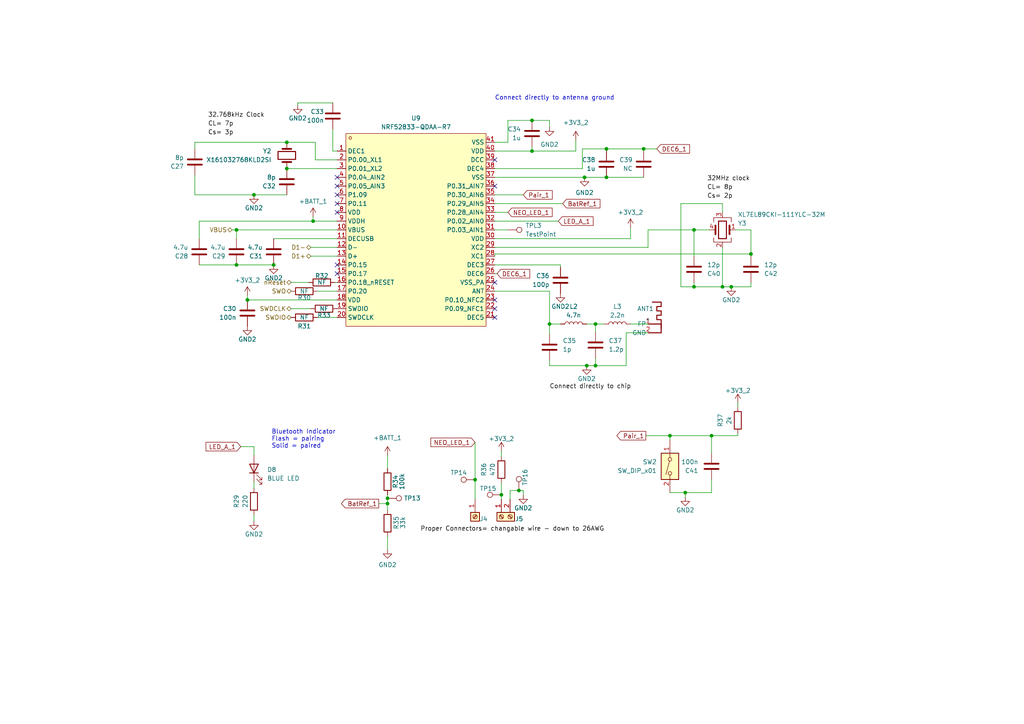
<source format=kicad_sch>
(kicad_sch (version 20231120) (generator "eeschema") (generator_version "8.0")
  (paper "A4")
  (title_block (title "BLEarrings V1") (date "2024-12-27") (rev "00.00") (company "DK"))
  (lib_symbols
    (symbol "Connector:Screw_Terminal_01x01" (pin_names (offset 1.016) hide)
      (property "Reference" "J" (at 0 2.54 0))
      (property "Value" "Screw_Terminal_01x01" (at 0 -2.54 0))
      (symbol "Screw_Terminal_01x01_1_1"
        (rectangle (start -1.27 1.27) (end 1.27 -1.27) (stroke (width 0.254)) (fill (type background)))
        (polyline (pts (xy -0.5334 0.3302) (xy 0.3302 -0.508)) (stroke (width 0.1524)))
        (polyline (pts (xy -0.3556 0.508) (xy 0.508 -0.3302)) (stroke (width 0.1524)))
        (circle (center 0 0) (radius 0.635) (stroke (width 0.1524)))
        (pin passive line (at -5.08 0 0) (length 3.81) (name "Pin_1") (number "1"))
      )
    )
    (symbol "Connector:Screw_Terminal_01x02" (pin_names (offset 1.016) hide)
      (property "Reference" "J" (at 0 2.54 0))
      (property "Value" "Screw_Terminal_01x02" (at 0 -5.08 0))
      (symbol "Screw_Terminal_01x02_1_1"
        (rectangle (start -1.27 1.27) (end 1.27 -3.81) (stroke (width 0.254)) (fill (type background)))
        (circle (center 0 -2.54) (radius 0.635) (stroke (width 0.1524)))
        (polyline (pts (xy -0.5334 -2.2098) (xy 0.3302 -3.048)) (stroke (width 0.1524)))
        (polyline (pts (xy -0.5334 0.3302) (xy 0.3302 -0.508)) (stroke (width 0.1524)))
        (polyline (pts (xy -0.3556 -2.032) (xy 0.508 -2.8702)) (stroke (width 0.1524)))
        (polyline (pts (xy -0.3556 0.508) (xy 0.508 -0.3302)) (stroke (width 0.1524)))
        (circle (center 0 0) (radius 0.635) (stroke (width 0.1524)))
        (pin passive line (at -5.08 0 0) (length 3.81) (name "Pin_1") (number "1"))
        (pin passive line (at -5.08 -2.54 0) (length 3.81) (name "Pin_2") (number "2"))
      )
    )
    (symbol "Connector:TestPoint" (pin_numbers hide) (pin_names (offset 0.762) hide)
      (property "Reference" "TP" (at 0 6.858 0))
      (property "Value" "TestPoint" (at 0 5.08 0))
      (symbol "TestPoint_0_1"
        (circle (center 0 3.302) (radius 0.762))
      )
      (symbol "TestPoint_1_1"
        (pin passive line (at 0 0 90) (length 2.54) (name "1") (number "1"))
      )
    )
    (symbol "CustomPWR:+3V3_2" (power) (pin_names (offset 0))
      (property "Value" "+3V3_2" (at 0 3.556 0))
      (symbol "+3V3_2_0_1"
        (polyline (pts (xy -0.762 1.27) (xy 0 2.54)))
        (polyline (pts (xy 0 0) (xy 0 2.54)))
        (polyline (pts (xy 0 2.54) (xy 0.762 1.27)))
      )
      (symbol "+3V3_2_1_1"
        (pin power_in line (at 0 0 90) (length 0) hide (name "+3V3_2") (number "1"))
      )
    )
    (symbol "CustomPWR:+BATT_1" (power) (pin_names (offset 0))
      (property "Value" "+BATT_1" (at 0 3.556 0))
      (symbol "+BATT_1_0_1"
        (polyline (pts (xy -0.762 1.27) (xy 0 2.54)))
        (polyline (pts (xy 0 0) (xy 0 2.54)))
        (polyline (pts (xy 0 2.54) (xy 0.762 1.27)))
      )
      (symbol "+BATT_1_1_1"
        (pin power_in line (at 0 0 90) (length 0) hide (name "+BATT_1") (number "1"))
      )
    )
    (symbol "CustomPads:2.4GHz,_50Ohm_Antenna"
      (property "Reference" "ANT" (at 0 2.286 0))
      (symbol "2.4GHz,_50Ohm_Antenna_1_1"
        (polyline (pts (xy 0 -3.81) (xy 3.81 -3.81) (xy 3.81 -1.27) (xy 0 -1.27)) (stroke (width 0.3)))
        (polyline (pts (xy 1.27 5.08) (xy 3.81 5.08) (xy 3.81 3.81) (xy 2.54 3.81) (xy 2.54 2.54) (xy 3.81 2.54) (xy 3.81 1.27) (xy 2.54 1.27) (xy 2.54 0) (xy 3.81 0) (xy 3.81 -2.54)) (stroke (width 0.3)))
        (pin input line (at 0 -1.27 180) (length 0) (name "FP") (number "1"))
        (pin input line (at 0 -3.81 180) (length 0) (name "GND") (number "2"))
      )
    )
    (symbol "Device:C" (pin_numbers hide) (pin_names (offset 0.254))
      (property "Reference" "C" (at 0.635 2.54 0))
      (property "Value" "C" (at 0.635 -2.54 0))
      (symbol "C_0_1"
        (polyline (pts (xy -2.032 -0.762) (xy 2.032 -0.762)) (stroke (width 0.508)))
        (polyline (pts (xy -2.032 0.762) (xy 2.032 0.762)) (stroke (width 0.508)))
      )
      (symbol "C_1_1"
        (pin passive line (at 0 3.81 270) (length 2.794) (name "~") (number "1"))
        (pin passive line (at 0 -3.81 90) (length 2.794) (name "~") (number "2"))
      )
    )
    (symbol "Device:Crystal" (pin_numbers hide) (pin_names (offset 1.016) hide)
      (property "Reference" "Y" (at 0 3.81 0))
      (property "Value" "Crystal" (at 0 -3.81 0))
      (symbol "Crystal_0_1"
        (rectangle (start -1.143 2.54) (end 1.143 -2.54) (stroke (width 0.3048)))
        (polyline (pts (xy -2.54 0) (xy -1.905 0)))
        (polyline (pts (xy -1.905 -1.27) (xy -1.905 1.27)) (stroke (width 0.508)))
        (polyline (pts (xy 1.905 -1.27) (xy 1.905 1.27)) (stroke (width 0.508)))
        (polyline (pts (xy 2.54 0) (xy 1.905 0)))
      )
      (symbol "Crystal_1_1"
        (pin passive line (at -3.81 0 0) (length 1.27) (name "1") (number "1"))
        (pin passive line (at 3.81 0 180) (length 1.27) (name "2") (number "2"))
      )
    )
    (symbol "Device:Crystal_GND23" (pin_names (offset 1.016) hide)
      (property "Reference" "Y" (at 3.175 5.08 0))
      (property "Value" "Crystal_GND23" (at 3.175 3.175 0))
      (symbol "Crystal_GND23_0_1"
        (rectangle (start -1.143 2.54) (end 1.143 -2.54) (stroke (width 0.3048)))
        (polyline (pts (xy -2.54 0) (xy -2.032 0)))
        (polyline (pts (xy -2.032 -1.27) (xy -2.032 1.27)) (stroke (width 0.508)))
        (polyline (pts (xy 0 -3.81) (xy 0 -3.556)))
        (polyline (pts (xy 0 3.556) (xy 0 3.81)))
        (polyline (pts (xy 2.032 -1.27) (xy 2.032 1.27)) (stroke (width 0.508)))
        (polyline (pts (xy 2.032 0) (xy 2.54 0)))
        (polyline (pts (xy -2.54 -2.286) (xy -2.54 -3.556) (xy 2.54 -3.556) (xy 2.54 -2.286)))
        (polyline (pts (xy -2.54 2.286) (xy -2.54 3.556) (xy 2.54 3.556) (xy 2.54 2.286)))
      )
      (symbol "Crystal_GND23_1_1"
        (pin passive line (at -3.81 0 0) (length 1.27) (name "1") (number "1"))
        (pin passive line (at 0 5.08 270) (length 1.27) (name "2") (number "2"))
        (pin passive line (at 0 -5.08 90) (length 1.27) (name "3") (number "3"))
        (pin passive line (at 3.81 0 180) (length 1.27) (name "4") (number "4"))
      )
    )
    (symbol "Device:L" (pin_numbers hide) (pin_names (offset 1.016) hide)
      (property "Reference" "L" (at -1.27 0 90))
      (property "Value" "L" (at 1.905 0 90))
      (symbol "L_0_1"
        (arc (start 0 -2.54) (mid 0.6323 -1.905) (end 0 -1.27))
        (arc (start 0 -1.27) (mid 0.6323 -0.635) (end 0 0))
        (arc (start 0 0) (mid 0.6323 0.635) (end 0 1.27))
        (arc (start 0 1.27) (mid 0.6323 1.905) (end 0 2.54))
      )
      (symbol "L_1_1"
        (pin passive line (at 0 3.81 270) (length 1.27) (name "1") (number "1"))
        (pin passive line (at 0 -3.81 90) (length 1.27) (name "2") (number "2"))
      )
    )
    (symbol "Device:LED" (pin_numbers hide) (pin_names (offset 1.016) hide)
      (property "Reference" "D" (at 0 2.54 0))
      (property "Value" "LED" (at 0 -2.54 0))
      (symbol "LED_0_1"
        (polyline (pts (xy -1.27 -1.27) (xy -1.27 1.27)) (stroke (width 0.254)))
        (polyline (pts (xy -1.27 0) (xy 1.27 0)))
        (polyline (pts (xy 1.27 -1.27) (xy 1.27 1.27) (xy -1.27 0) (xy 1.27 -1.27)) (stroke (width 0.254)))
        (polyline (pts (xy -3.048 -0.762) (xy -4.572 -2.286) (xy -3.81 -2.286) (xy -4.572 -2.286) (xy -4.572 -1.524)))
        (polyline (pts (xy -1.778 -0.762) (xy -3.302 -2.286) (xy -2.54 -2.286) (xy -3.302 -2.286) (xy -3.302 -1.524)))
      )
      (symbol "LED_1_1"
        (pin passive line (at -3.81 0 0) (length 2.54) (name "K") (number "1"))
        (pin passive line (at 3.81 0 180) (length 2.54) (name "A") (number "2"))
      )
    )
    (symbol "Device:R" (pin_numbers hide) (pin_names (offset 0))
      (property "Reference" "R" (at 2.032 0 90))
      (property "Value" "R" (at 0 0 90))
      (symbol "R_0_1"
        (rectangle (start -1.016 -2.54) (end 1.016 2.54) (stroke (width 0.254)))
      )
      (symbol "R_1_1"
        (pin passive line (at 0 3.81 270) (length 1.27) (name "~") (number "1"))
        (pin passive line (at 0 -3.81 90) (length 1.27) (name "~") (number "2"))
      )
    )
    (symbol "Switch:SW_DIP_x01" (pin_names (offset 0) hide)
      (property "Reference" "SW" (at 0 3.81 0))
      (property "Value" "SW_DIP_x01" (at 0 -3.81 0))
      (symbol "SW_DIP_x01_0_0"
        (circle (center -2.032 0) (radius 0.508))
        (polyline (pts (xy -1.524 0.127) (xy 2.3622 1.1684)))
        (circle (center 2.032 0) (radius 0.508))
      )
      (symbol "SW_DIP_x01_0_1"
        (rectangle (start -3.81 2.54) (end 3.81 -2.54) (stroke (width 0.254)) (fill (type background)))
      )
      (symbol "SW_DIP_x01_1_1"
        (pin passive line (at -7.62 0 0) (length 5.08) (name "~") (number "1"))
        (pin passive line (at 7.62 0 180) (length 5.08) (name "~") (number "2"))
      )
    )
    (symbol "easyeda2kicad:NRF52833-QDAA-R7"
      (property "Reference" "U" (at 0 30.48 0))
      (property "Value" "NRF52833-QDAA-R7" (at 0 -30.48 0))
      (symbol "NRF52833-QDAA-R7_0_1"
        (rectangle (start -20.32 27.94) (end 20.32 -27.94) (fill (type background)))
        (circle (center -19.05 26.67) (radius 0.38))
        (pin unspecified line (at -22.86 22.86 0) (length 2.54) (name "DEC1") (number "1"))
        (pin unspecified line (at -22.86 0 0) (length 2.54) (name "VBUS") (number "10"))
        (pin unspecified line (at -22.86 -2.54 0) (length 2.54) (name "DECUSB") (number "11"))
        (pin unspecified line (at -22.86 -5.08 0) (length 2.54) (name "D-") (number "12"))
        (pin unspecified line (at -22.86 -7.62 0) (length 2.54) (name "D+") (number "13"))
        (pin unspecified line (at -22.86 -10.16 0) (length 2.54) (name "P0.15") (number "14"))
        (pin unspecified line (at -22.86 -12.7 0) (length 2.54) (name "P0.17") (number "15"))
        (pin unspecified line (at -22.86 -15.24 0) (length 2.54) (name "P0.18_nRESET") (number "16"))
        (pin unspecified line (at -22.86 -17.78 0) (length 2.54) (name "P0.20") (number "17"))
        (pin unspecified line (at -22.86 -20.32 0) (length 2.54) (name "VDD") (number "18"))
        (pin unspecified line (at -22.86 -22.86 0) (length 2.54) (name "SWDIO") (number "19"))
        (pin unspecified line (at -22.86 20.32 0) (length 2.54) (name "P0.00_XL1") (number "2"))
        (pin unspecified line (at -22.86 -25.4 0) (length 2.54) (name "SWDCLK") (number "20"))
        (pin unspecified line (at 22.86 -25.4 180) (length 2.54) (name "DEC5") (number "21"))
        (pin unspecified line (at 22.86 -22.86 180) (length 2.54) (name "P0.09_NFC1") (number "22"))
        (pin unspecified line (at 22.86 -20.32 180) (length 2.54) (name "P0.10_NFC2") (number "23"))
        (pin unspecified line (at 22.86 -17.78 180) (length 2.54) (name "ANT") (number "24"))
        (pin unspecified line (at 22.86 -15.24 180) (length 2.54) (name "VSS_PA") (number "25"))
        (pin unspecified line (at 22.86 -12.7 180) (length 2.54) (name "DEC6") (number "26"))
        (pin unspecified line (at 22.86 -10.16 180) (length 2.54) (name "DEC3") (number "27"))
        (pin unspecified line (at 22.86 -7.62 180) (length 2.54) (name "XC1") (number "28"))
        (pin unspecified line (at 22.86 -5.08 180) (length 2.54) (name "XC2") (number "29"))
        (pin unspecified line (at -22.86 17.78 0) (length 2.54) (name "P0.01_XL2") (number "3"))
        (pin unspecified line (at 22.86 -2.54 180) (length 2.54) (name "VDD") (number "30"))
        (pin unspecified line (at 22.86 0 180) (length 2.54) (name "P0.03_AIN1") (number "31"))
        (pin unspecified line (at 22.86 2.54 180) (length 2.54) (name "P0.02_AIN0") (number "32"))
        (pin unspecified line (at 22.86 5.08 180) (length 2.54) (name "P0.28_AIN4") (number "33"))
        (pin unspecified line (at 22.86 7.62 180) (length 2.54) (name "P0.29_AIN5") (number "34"))
        (pin unspecified line (at 22.86 10.16 180) (length 2.54) (name "P0.30_AIN6") (number "35"))
        (pin unspecified line (at 22.86 12.7 180) (length 2.54) (name "P0.31_AIN7") (number "36"))
        (pin unspecified line (at 22.86 15.24 180) (length 2.54) (name "VSS") (number "37"))
        (pin unspecified line (at 22.86 17.78 180) (length 2.54) (name "DEC4") (number "38"))
        (pin unspecified line (at 22.86 20.32 180) (length 2.54) (name "DCC") (number "39"))
        (pin unspecified line (at -22.86 15.24 0) (length 2.54) (name "P0.04_AIN2") (number "4"))
        (pin unspecified line (at 22.86 22.86 180) (length 2.54) (name "VDD") (number "40"))
        (pin unspecified line (at 22.86 25.4 180) (length 2.54) (name "VSS") (number "41"))
        (pin unspecified line (at -22.86 12.7 0) (length 2.54) (name "P0.05_AIN3") (number "5"))
        (pin unspecified line (at -22.86 10.16 0) (length 2.54) (name "P1.09") (number "6"))
        (pin unspecified line (at -22.86 7.62 0) (length 2.54) (name "P0.11") (number "7"))
        (pin unspecified line (at -22.86 5.08 0) (length 2.54) (name "VDD") (number "8"))
        (pin unspecified line (at -22.86 2.54 0) (length 2.54) (name "VDDH") (number "9"))
      )
    )
    (symbol "power:GND2" (power) (pin_names (offset 0))
      (property "Value" "GND2" (at 0 -3.81 0))
      (symbol "GND2_0_1"
        (polyline (pts (xy 0 0) (xy 0 -1.27) (xy 1.27 -1.27) (xy 0 -2.54) (xy -1.27 -1.27) (xy 0 -1.27)))
      )
      (symbol "GND2_1_1"
        (pin power_in line (at 0 0 270) (length 0) hide (name "GND2") (number "1"))
      )
    )
  )
  (junction (at 83.185 41.275))
  (junction (at 186.69 43.18))
  (junction (at 172.72 93.98))
  (junction (at 73.66 56.515))
  (junction (at 172.72 106.045))
  (junction (at 212.09 83.185))
  (junction (at 154.305 34.925))
  (junction (at 217.805 73.66))
  (junction (at 71.755 86.995))
  (junction (at 68.58 76.835))
  (junction (at 112.395 144.526))
  (junction (at 150.495 142.2654))
  (junction (at 175.895 51.435))
  (junction (at 206.375 126.365))
  (junction (at 209.55 83.185))
  (junction (at 175.895 43.18))
  (junction (at 90.805 64.135))
  (junction (at 194.31 126.365))
  (junction (at 198.755 142.875))
  (junction (at 137.795 139.1412))
  (junction (at 112.395 146.05))
  (junction (at 154.305 43.815))
  (junction (at 159.385 93.98))
  (junction (at 169.545 51.435))
  (junction (at 170.18 106.045))
  (junction (at 201.295 66.675))
  (junction (at 145.415 143.51))
  (junction (at 79.375 76.835))
  (junction (at 83.185 48.895))
  (junction (at 68.58 66.675))
  (junction (at 201.295 83.185))
  (no_connect (at 97.79 59.055))
  (no_connect (at 143.51 53.975))
  (no_connect (at 143.51 46.355))
  (no_connect (at 143.51 92.075))
  (no_connect (at 97.79 56.515))
  (no_connect (at 143.51 89.535))
  (no_connect (at 97.79 76.835))
  (no_connect (at 97.79 61.595))
  (no_connect (at 143.51 81.915))
  (no_connect (at 97.79 53.975))
  (no_connect (at 97.79 51.435))
  (no_connect (at 143.51 86.995))
  (no_connect (at 97.79 79.375))
  (wire (pts (xy 213.36 66.675) (xy 217.805 66.675)))
  (wire (pts (xy 84.455 81.915) (xy 89.535 81.915)))
  (wire (pts (xy 90.17 74.295) (xy 97.79 74.295)))
  (wire (pts (xy 201.295 66.675) (xy 201.295 74.295)))
  (wire (pts (xy 172.72 93.98) (xy 175.26 93.98)))
  (wire (pts (xy 217.805 73.66) (xy 217.805 66.675)))
  (wire (pts (xy 154.305 43.815) (xy 154.305 42.545)))
  (wire (pts (xy 92.075 84.455) (xy 97.79 84.455)))
  (wire (pts (xy 143.51 79.375) (xy 144.145 79.375)))
  (wire (pts (xy 175.895 43.18) (xy 186.69 43.18)))
  (wire (pts (xy 147.32 61.595) (xy 143.51 61.595)))
  (wire (pts (xy 56.515 41.275) (xy 56.515 43.18)))
  (wire (pts (xy 182.88 66.04) (xy 182.88 69.215)))
  (wire (pts (xy 84.455 89.535) (xy 90.17 89.535)))
  (wire (pts (xy 154.305 34.925) (xy 147.32 34.925)))
  (wire (pts (xy 159.385 106.045) (xy 170.18 106.045)))
  (wire (pts (xy 96.52 43.815) (xy 97.79 43.815)))
  (wire (pts (xy 213.995 125.73) (xy 213.995 126.365)))
  (wire (pts (xy 182.88 93.98) (xy 187.96 93.98)))
  (wire (pts (xy 91.44 41.275) (xy 83.185 41.275)))
  (wire (pts (xy 97.79 66.675) (xy 68.58 66.675)))
  (wire (pts (xy 186.69 43.18) (xy 190.5 43.18)))
  (wire (pts (xy 91.44 41.275) (xy 91.44 46.355)))
  (wire (pts (xy 162.56 76.835) (xy 162.56 77.47)))
  (wire (pts (xy 57.785 64.135) (xy 90.805 64.135)))
  (wire (pts (xy 206.375 142.875) (xy 198.755 142.875)))
  (wire (pts (xy 112.395 144.526) (xy 112.395 146.05)))
  (wire (pts (xy 79.375 69.215) (xy 97.79 69.215)))
  (wire (pts (xy 187.325 126.365) (xy 194.31 126.365)))
  (wire (pts (xy 162.56 76.835) (xy 143.51 76.835)))
  (wire (pts (xy 71.755 86.995) (xy 71.755 85.725)))
  (wire (pts (xy 206.375 139.065) (xy 206.375 142.875)))
  (wire (pts (xy 112.395 143.51) (xy 112.395 144.526)))
  (wire (pts (xy 159.385 34.925) (xy 154.305 34.925)))
  (wire (pts (xy 145.415 130.81) (xy 145.415 132.3848)))
  (wire (pts (xy 57.785 69.215) (xy 57.785 64.135)))
  (wire (pts (xy 217.805 83.185) (xy 217.805 81.915)))
  (wire (pts (xy 167.005 40.64) (xy 167.005 43.815)))
  (wire (pts (xy 197.485 83.185) (xy 201.295 83.185)))
  (wire (pts (xy 212.09 83.185) (xy 217.805 83.185)))
  (wire (pts (xy 56.515 41.275) (xy 83.185 41.275)))
  (wire (pts (xy 90.805 62.865) (xy 90.805 64.135)))
  (wire (pts (xy 212.09 83.185) (xy 209.55 83.185)))
  (wire (pts (xy 137.795 139.1412) (xy 137.795 144.8054)))
  (wire (pts (xy 73.66 139.7) (xy 73.66 141.605)))
  (wire (pts (xy 198.755 142.875) (xy 198.755 144.145)))
  (wire (pts (xy 159.385 36.83) (xy 159.385 34.925)))
  (wire (pts (xy 167.005 43.815) (xy 154.305 43.815)))
  (wire (pts (xy 213.995 116.84) (xy 213.995 118.11)))
  (wire (pts (xy 112.395 132.08) (xy 112.395 135.89)))
  (wire (pts (xy 83.185 56.515) (xy 73.66 56.515)))
  (wire (pts (xy 197.485 59.055) (xy 197.485 83.185)))
  (wire (pts (xy 181.61 96.52) (xy 187.96 96.52)))
  (wire (pts (xy 57.785 76.835) (xy 68.58 76.835)))
  (wire (pts (xy 109.855 146.05) (xy 112.395 146.05)))
  (wire (pts (xy 159.385 84.455) (xy 159.385 93.98)))
  (wire (pts (xy 209.55 59.055) (xy 197.485 59.055)))
  (wire (pts (xy 143.51 56.515) (xy 151.765 56.515)))
  (wire (pts (xy 143.51 51.435) (xy 169.545 51.435)))
  (wire (pts (xy 69.85 129.54) (xy 73.66 129.54)))
  (wire (pts (xy 175.895 43.815) (xy 175.895 43.18)))
  (wire (pts (xy 187.96 66.675) (xy 187.96 71.755)))
  (wire (pts (xy 169.545 51.435) (xy 175.895 51.435)))
  (wire (pts (xy 198.755 142.875) (xy 194.31 142.875)))
  (wire (pts (xy 145.415 143.51) (xy 145.415 144.8054)))
  (wire (pts (xy 90.805 64.135) (xy 97.79 64.135)))
  (wire (pts (xy 209.55 71.755) (xy 209.55 83.185)))
  (wire (pts (xy 159.385 93.98) (xy 162.56 93.98)))
  (wire (pts (xy 159.385 93.98) (xy 159.385 96.901)))
  (wire (pts (xy 83.185 48.895) (xy 97.79 48.895)))
  (wire (pts (xy 86.36 29.845) (xy 96.52 29.845)))
  (wire (pts (xy 186.69 43.18) (xy 186.69 43.815)))
  (wire (pts (xy 151.765 142.2654) (xy 151.765 143.5354)))
  (wire (pts (xy 67.31 66.675) (xy 68.58 66.675)))
  (wire (pts (xy 170.18 106.045) (xy 172.72 106.045)))
  (wire (pts (xy 187.96 71.755) (xy 143.51 71.755)))
  (wire (pts (xy 187.96 66.675) (xy 201.295 66.675)))
  (wire (pts (xy 143.51 84.455) (xy 159.385 84.455)))
  (wire (pts (xy 175.895 51.435) (xy 186.69 51.435)))
  (wire (pts (xy 71.755 86.995) (xy 97.79 86.995)))
  (wire (pts (xy 217.805 73.66) (xy 217.805 74.295)))
  (wire (pts (xy 143.51 73.66) (xy 217.805 73.66)))
  (wire (pts (xy 206.375 126.365) (xy 213.995 126.365)))
  (wire (pts (xy 201.295 81.915) (xy 201.295 83.185)))
  (wire (pts (xy 91.44 46.355) (xy 97.79 46.355)))
  (wire (pts (xy 143.51 48.895) (xy 168.91 48.895)))
  (wire (pts (xy 168.91 43.18) (xy 168.91 48.895)))
  (wire (pts (xy 68.58 66.675) (xy 68.58 69.215)))
  (wire (pts (xy 143.51 43.815) (xy 154.305 43.815)))
  (wire (pts (xy 145.415 140.0048) (xy 145.415 143.51)))
  (wire (pts (xy 73.66 149.225) (xy 73.66 151.13)))
  (wire (pts (xy 56.515 56.515) (xy 56.515 50.8)))
  (wire (pts (xy 172.72 93.98) (xy 172.72 96.266)))
  (wire (pts (xy 143.51 59.055) (xy 163.195 59.055)))
  (wire (pts (xy 147.32 34.925) (xy 147.32 41.275)))
  (wire (pts (xy 194.31 127.635) (xy 194.31 126.365)))
  (wire (pts (xy 150.495 142.2654) (xy 151.765 142.2654)))
  (wire (pts (xy 68.58 76.835) (xy 79.375 76.835)))
  (wire (pts (xy 147.955 144.8054) (xy 147.955 142.2654)))
  (wire (pts (xy 96.52 43.815) (xy 96.52 37.465)))
  (wire (pts (xy 97.155 81.915) (xy 97.79 81.915)))
  (wire (pts (xy 112.395 155.575) (xy 112.395 159.385)))
  (wire (pts (xy 147.955 142.2654) (xy 150.495 142.2654)))
  (wire (pts (xy 172.72 103.886) (xy 172.72 106.045)))
  (wire (pts (xy 137.795 128.2954) (xy 137.795 139.1412)))
  (wire (pts (xy 206.375 131.445) (xy 206.375 126.365)))
  (wire (pts (xy 73.66 129.54) (xy 73.66 132.08)))
  (wire (pts (xy 201.295 83.185) (xy 209.55 83.185)))
  (wire (pts (xy 201.295 66.675) (xy 205.74 66.675)))
  (wire (pts (xy 181.61 106.045) (xy 172.72 106.045)))
  (wire (pts (xy 209.55 61.595) (xy 209.55 59.055)))
  (wire (pts (xy 170.18 93.98) (xy 172.72 93.98)))
  (wire (pts (xy 90.17 71.755) (xy 97.79 71.755)))
  (wire (pts (xy 159.385 104.521) (xy 159.385 106.045)))
  (wire (pts (xy 143.51 73.66) (xy 143.51 74.295)))
  (wire (pts (xy 92.075 92.075) (xy 97.79 92.075)))
  (wire (pts (xy 161.925 64.135) (xy 143.51 64.135)))
  (wire (pts (xy 175.895 43.18) (xy 168.91 43.18)))
  (wire (pts (xy 194.31 126.365) (xy 206.375 126.365)))
  (wire (pts (xy 143.51 69.215) (xy 182.88 69.215)))
  (wire (pts (xy 112.395 146.05) (xy 112.395 147.955)))
  (wire (pts (xy 86.36 30.48) (xy 86.36 29.845)))
  (wire (pts (xy 73.66 56.515) (xy 56.515 56.515)))
  (wire (pts (xy 181.61 96.52) (xy 181.61 106.045)))
  (wire (pts (xy 147.32 41.275) (xy 143.51 41.275)))
  (wire (pts (xy 143.51 66.675) (xy 147.32 66.675)))
  (text "Bluetooth Indicator\nFlash = pairing\nSolid = paired" (at 78.74 130.175 0) (effects (font (size 1.27 1.27)) (justify left bottom)))
  (text "Connect directly to antenna ground" (at 143.51 29.21 0) (effects (font (size 1.27 1.27)) (justify left bottom)))
  (label "CL= 7p" (at 60.325 36.83 0))
  (label "Cs= 3p" (at 60.325 39.37 0))
  (label "Connect directly to chip" (at 159.385 113.03 0))
  (label "Cs= 2p" (at 205.105 57.785 0))
  (label "Proper Connectors= changable wire - down to 26AWG" (at 121.92 154.3304 0))
  (label "32.768kHz Clock" (at 60.325 34.29 0))
  (label "CL= 8p" (at 205.105 55.245 0))
  (label "32MHz clock" (at 205.105 52.705 0))
  (global_label "BatRef_1" (shape output) (at 109.855 146.05 180) (property "Intersheetrefs" "${INTERSHEET_REFS}" (effects (hide yes))))
  (global_label "LED_A_1" (shape input) (at 69.85 129.54 180) (property "Intersheetrefs" "${INTERSHEET_REFS}" (effects (hide yes))))
  (global_label "BatRef_1" (shape input) (at 163.195 59.055 0) (property "Intersheetrefs" "${INTERSHEET_REFS}" (effects (hide yes))))
  (global_label "DEC6_1" (shape input) (at 144.145 79.375 0) (property "Intersheetrefs" "${INTERSHEET_REFS}" (effects (hide yes))))
  (global_label "DEC6_1" (shape input) (at 190.5 43.18 0) (property "Intersheetrefs" "${INTERSHEET_REFS}" (effects (hide yes))))
  (global_label "Pair_1" (shape output) (at 187.325 126.365 180) (property "Intersheetrefs" "${INTERSHEET_REFS}" (effects (hide yes))))
  (global_label "NEO_LED_1" (shape input) (at 137.795 128.2954 180) (property "Intersheetrefs" "${INTERSHEET_REFS}" (effects (hide yes))))
  (global_label "NEO_LED_1" (shape input) (at 147.32 61.595 0) (property "Intersheetrefs" "${INTERSHEET_REFS}" (effects (hide yes))))
  (global_label "Pair_1" (shape input) (at 151.765 56.515 0) (property "Intersheetrefs" "${INTERSHEET_REFS}" (effects (hide yes))))
  (global_label "LED_A_1" (shape input) (at 161.925 64.135 0) (property "Intersheetrefs" "${INTERSHEET_REFS}" (effects (hide yes))))
  (hierarchical_label "D1-" (shape bidirectional) (at 90.17 71.755 180))
  (hierarchical_label "D1+" (shape bidirectional) (at 90.17 74.295 180))
  (hierarchical_label "nReset" (shape bidirectional) (at 84.455 81.915 180))
  (hierarchical_label "SWDIO" (shape bidirectional) (at 84.455 92.075 180))
  (hierarchical_label "VBUS" (shape bidirectional) (at 67.31 66.675 180))
  (hierarchical_label "SWO" (shape bidirectional) (at 84.455 84.455 180))
  (hierarchical_label "SWDCLK" (shape bidirectional) (at 84.455 89.535 180))
  (symbol (lib_id "power:GND2") (at 212.09 83.185 0) (mirror y) (unit 1)
    (property "Reference" "#PWR0122" (effects (hide yes)))
    (property "Value" "GND2" (at 212.09 86.995 0))
    (instances (project "Combine" (path "" (reference "#PWR0122") (unit 1))) (project "BLEEarrings" (path "" (reference "#PWR?") (unit 1))))
  )
  (symbol (lib_id "power:GND2") (at 170.18 106.045 0) (unit 1)
    (property "Reference" "#PWR0119" (effects (hide yes)))
    (property "Value" "GND2" (at 170.18 109.855 0))
    (instances (project "Combine" (path "" (reference "#PWR0119") (unit 1))) (project "BLEEarrings" (path "" (reference "#PWR?") (unit 1))))
  )
  (symbol (lib_id "Device:C") (at 57.785 73.025 180) (unit 1)
    (property "Reference" "C28" (at 54.61 74.295 0) (effects (justify left)))
    (property "Value" "4.7u" (at 54.61 71.755 0) (effects (justify left)))
    (property "Footprint" "Capacitor_SMD:C_0402_1005Metric_Pad0.74x0.62mm_HandSolder" (effects (hide yes)))
    (property "LCSC Part" "C307423" (effects (hide yes)))
    (instances (project "Combine" (path "" (reference "C28") (unit 1))) (project "BLEEarrings" (path "" (reference "C12") (unit 1))))
  )
  (symbol (lib_id "CustomPWR:+3V3_2") (at 145.415 130.81 0) (unit 1)
    (property "Reference" "#PWR0123" (effects (hide yes)))
    (property "Value" "+3V3_2" (at 145.415 127.254 0))
    (instances (project "Combine" (path "" (reference "#PWR0123") (unit 1))) (project "BLEEarrings" (path "" (reference "#PWR016") (unit 1))))
  )
  (symbol (lib_id "Device:C") (at 172.72 100.076 0) (unit 1)
    (property "Reference" "C37" (at 176.53 98.806 0) (effects (justify left)))
    (property "Value" "1.2p" (at 176.53 101.346 0) (effects (justify left)))
    (property "Footprint" "Capacitor_SMD:C_0402_1005Metric_Pad0.74x0.62mm_HandSolder" (effects (hide yes)))
    (property "LCSC Part" "C880658 " (effects (hide yes)))
    (instances (project "Combine" (path "" (reference "C37") (unit 1))) (project "BLEEarrings" (path "" (reference "C5") (unit 1))))
  )
  (symbol (lib_id "Device:C") (at 175.895 47.625 0) (unit 1)
    (property "Reference" "C38" (at 172.72 46.355 0) (effects (justify right)))
    (property "Value" "1u" (at 172.72 48.895 0) (effects (justify right)))
    (property "Footprint" "Capacitor_SMD:C_0402_1005Metric_Pad0.74x0.62mm_HandSolder" (effects (hide yes)))
    (property "LCSC Part" "C14445" (effects (hide yes)))
    (instances (project "Combine" (path "" (reference "C38") (unit 1))) (project "BLEEarrings" (path "" (reference "C7") (unit 1))))
  )
  (symbol (lib_id "Device:L") (at 166.37 93.98 90) (unit 1)
    (property "Reference" "L2" (at 166.37 88.9 90))
    (property "Value" "4.7n" (at 166.37 91.44 90))
    (property "Footprint" "Inductor_SMD:L_0402_1005Metric_Pad0.77x0.64mm_HandSolder" (effects (hide yes)))
    (property "LCSC Part" "C13595" (effects (hide yes)))
    (instances (project "Combine" (path "" (reference "L2") (unit 1))) (project "BLEEarrings" (path "" (reference "L1") (unit 1))))
  )
  (symbol (lib_id "CustomPWR:+BATT_1") (at 90.805 62.865 0) (unit 1)
    (property "Reference" "#PWR0120" (effects (hide yes)))
    (property "Value" "+BATT_1" (at 90.805 58.42 0))
    (instances (project "Combine" (path "" (reference "#PWR0120") (unit 1))) (project "BLEEarrings" (path "" (reference "#PWR05") (unit 1))))
  )
  (symbol (lib_id "Device:C") (at 201.295 78.105 0) (mirror x) (unit 1)
    (property "Reference" "C40" (at 205.105 79.375 0) (effects (justify left)))
    (property "Value" "12p" (at 205.105 76.835 0) (effects (justify left)))
    (property "Footprint" "Capacitor_SMD:C_0402_1005Metric_Pad0.74x0.62mm_HandSolder" (effects (hide yes)))
    (property "LCSC Part" "C696888 " (effects (hide yes)))
    (instances (project "Combine" (path "" (reference "C40") (unit 1))) (project "BLEEarrings" (path "" (reference "C4") (unit 1))))
  )
  (symbol (lib_id "Device:C") (at 186.69 47.625 0) (unit 1)
    (property "Reference" "C39" (at 183.515 46.355 0) (effects (justify right)))
    (property "Value" "NC" (at 183.515 48.895 0) (effects (justify right)))
    (property "Footprint" "Capacitor_SMD:C_0402_1005Metric_Pad0.74x0.62mm_HandSolder" (effects (hide yes)))
    (property "LCSC Part" "N/A" (effects (hide yes)))
    (instances (project "Combine" (path "" (reference "C39") (unit 1))) (project "BLEEarrings" (path "" (reference "C17") (unit 1))))
  )
  (symbol (lib_id "Device:C") (at 217.805 78.105 0) (mirror x) (unit 1)
    (property "Reference" "C42" (at 221.615 79.375 0) (effects (justify left)))
    (property "Value" "12p" (at 221.615 76.835 0) (effects (justify left)))
    (property "Footprint" "Capacitor_SMD:C_0402_1005Metric_Pad0.74x0.62mm_HandSolder" (effects (hide yes)))
    (property "LCSC Part" "C696888 " (effects (hide yes)))
    (instances (project "Combine" (path "" (reference "C42") (unit 1))) (project "BLEEarrings" (path "" (reference "C3") (unit 1))))
  )
  (symbol (lib_id "power:GND2") (at 112.395 159.385 0) (unit 1)
    (property "Reference" "#PWR0129" (effects (hide yes)))
    (property "Value" "GND2" (at 112.395 163.83 0))
    (instances (project "Combine" (path "" (reference "#PWR0129") (unit 1))) (project "BLEEarrings" (path "" (reference "#PWR?") (unit 1))))
  )
  (symbol (lib_id "Device:C") (at 68.58 73.025 180) (unit 1)
    (property "Reference" "C29" (at 65.405 74.295 0) (effects (justify left)))
    (property "Value" "4.7u" (at 65.405 71.755 0) (effects (justify left)))
    (property "Footprint" "Capacitor_SMD:C_0402_1005Metric_Pad0.74x0.62mm_HandSolder" (effects (hide yes)))
    (property "LCSC Part" "C307423" (effects (hide yes)))
    (instances (project "Combine" (path "" (reference "C29") (unit 1))) (project "BLEEarrings" (path "" (reference "C10") (unit 1))))
  )
  (symbol (lib_id "power:GND2") (at 169.545 51.435 0) (unit 1)
    (property "Reference" "#PWR0116" (effects (hide yes)))
    (property "Value" "GND2" (at 169.545 55.88 0))
    (instances (project "Combine" (path "" (reference "#PWR0116") (unit 1))) (project "BLEEarrings" (path "" (reference "#PWR?") (unit 1))))
  )
  (symbol (lib_id "power:GND2") (at 73.66 56.515 0) (unit 1)
    (property "Reference" "#PWR0115" (effects (hide yes)))
    (property "Value" "GND2" (at 73.66 60.325 0))
    (instances (project "Combine" (path "" (reference "#PWR0115") (unit 1))) (project "BLEEarrings" (path "" (reference "#PWR?") (unit 1))))
  )
  (symbol (lib_id "Device:R") (at 88.265 84.455 270) (unit 1)
    (property "Reference" "R30" (at 88.265 86.36 90))
    (property "Value" "NF" (at 88.265 84.455 90))
    (property "Footprint" "Resistor_SMD:R_0201_0603Metric" (effects (hide yes)))
    (property "LCSC Part" "N/A" (effects (hide yes)))
    (instances (project "Combine" (path "" (reference "R30") (unit 1))) (project "BLEEarrings" (path "" (reference "R6") (unit 1))))
  )
  (symbol (lib_id "Device:C") (at 206.375 135.255 180) (unit 1)
    (property "Reference" "C41" (at 202.565 136.525 0) (effects (justify left)))
    (property "Value" "100n" (at 202.565 133.985 0) (effects (justify left)))
    (property "Footprint" "Capacitor_SMD:C_0402_1005Metric_Pad0.74x0.62mm_HandSolder" (effects (hide yes)))
    (property "LCSC Part" "C60474" (effects (hide yes)))
    (instances (project "Combine" (path "" (reference "C41") (unit 1))) (project "BLEEarrings" (path "" (reference "C14") (unit 1))))
  )
  (symbol (lib_id "Device:L") (at 179.07 93.98 90) (unit 1)
    (property "Reference" "L3" (at 179.07 88.9 90))
    (property "Value" "2.2n" (at 179.07 91.44 90))
    (property "Footprint" "Inductor_SMD:L_0402_1005Metric_Pad0.77x0.64mm_HandSolder" (effects (hide yes)))
    (property "LCSC Part" "C395061 " (effects (hide yes)))
    (instances (project "Combine" (path "" (reference "L3") (unit 1))) (project "BLEEarrings" (path "" (reference "L2") (unit 1))))
  )
  (symbol (lib_id "Device:R") (at 88.265 92.075 270) (unit 1)
    (property "Reference" "R31" (at 88.265 94.615 90))
    (property "Value" "NF" (at 88.265 92.075 90))
    (property "Footprint" "Resistor_SMD:R_0201_0603Metric" (effects (hide yes)))
    (property "LCSC Part" "N/A" (effects (hide yes)))
    (instances (project "Combine" (path "" (reference "R31") (unit 1))) (project "BLEEarrings" (path "" (reference "R7") (unit 1))))
  )
  (symbol (lib_id "CustomPWR:+3V3_2") (at 167.005 40.64 0) (unit 1)
    (property "Reference" "#PWR0114" (effects (hide yes)))
    (property "Value" "+3V3_2" (at 167.005 35.56 0))
    (instances (project "Combine" (path "" (reference "#PWR0114") (unit 1))) (project "BLEEarrings" (path "" (reference "#PWR017") (unit 1))))
  )
  (symbol (lib_id "Device:C") (at 79.375 73.025 180) (unit 1)
    (property "Reference" "C31" (at 76.2 74.295 0) (effects (justify left)))
    (property "Value" "4.7u" (at 76.2 71.755 0) (effects (justify left)))
    (property "Footprint" "Capacitor_SMD:C_0402_1005Metric_Pad0.74x0.62mm_HandSolder" (effects (hide yes)))
    (property "LCSC Part" "C307423" (effects (hide yes)))
    (instances (project "Combine" (path "" (reference "C31") (unit 1))) (project "BLEEarrings" (path "" (reference "C9") (unit 1))))
  )
  (symbol (lib_id "Device:R") (at 112.395 151.765 180) (unit 1)
    (property "Reference" "R35" (at 114.935 151.6126 90))
    (property "Value" "33k" (at 116.84 151.6126 90))
    (property "Footprint" "Resistor_SMD:R_0402_1005Metric_Pad0.72x0.64mm_HandSolder" (effects (hide yes)))
    (property "LCSC Part" "C138003" (effects (hide yes)))
    (instances (project "Combine" (path "" (reference "R35") (unit 1))) (project "BLEEarrings" (path "" (reference "R14") (unit 1))))
  )
  (symbol (lib_id "Device:Crystal") (at 83.185 45.085 270) (mirror x) (unit 1)
    (property "Reference" "Y2" (at 78.74 43.815 90) (effects (justify right)))
    (property "Value" "X161032768KLD2SI" (at 78.74 46.355 90) (effects (justify right)))
    (property "Footprint" "easyeda2kicad:CRYSTAL-SMD_L1.6-W1.0" (effects (hide yes)))
    (property "LCSC Part" "C383846" (effects (hide yes)))
  )
  (symbol (lib_id "CustomPWR:+3V3_2") (at 71.755 85.725 0) (unit 1)
    (property "Reference" "#PWR0112" (effects (hide yes)))
    (property "Value" "+3V3_2" (at 71.755 81.28 0))
    (instances (project "Combine" (path "" (reference "#PWR0112") (unit 1))) (project "BLEEarrings" (path "" (reference "#PWR07") (unit 1))))
  )
  (symbol (lib_id "Connector:TestPoint") (at 137.795 139.1412 90) (unit 1)
    (property "Reference" "TP14" (at 133.0452 137.1092 90))
    (property "Value" "TestPoint" (effects (hide yes)))
    (property "Footprint" "TestPoint:TestPoint_Pad_D1.0mm" (effects (hide yes)))
    (property "LCSC Part" "N/A" (effects (hide yes)))
    (instances (project "Combine" (path "" (reference "TP14") (unit 1))) (project "BLEEarrings" (path "" (reference "TP10") (unit 1))))
  )
  (symbol (lib_id "power:GND2") (at 71.755 94.615 0) (unit 1)
    (property "Reference" "#PWR0126" (effects (hide yes)))
    (property "Value" "GND2" (at 71.755 98.425 0))
    (instances (project "Combine" (path "" (reference "#PWR0126") (unit 1))) (project "BLEEarrings" (path "" (reference "#PWR?") (unit 1))))
  )
  (symbol (lib_id "Device:C") (at 71.755 90.805 0) (unit 1)
    (property "Reference" "C30" (at 68.58 89.535 0) (effects (justify right)))
    (property "Value" "100n" (at 68.58 92.075 0) (effects (justify right)))
    (property "Footprint" "Capacitor_SMD:C_0402_1005Metric_Pad0.74x0.62mm_HandSolder" (effects (hide yes)))
    (property "LCSC Part" "C60474" (effects (hide yes)))
    (instances (project "Combine" (path "" (reference "C30") (unit 1))) (project "BLEEarrings" (path "" (reference "C6") (unit 1))))
  )
  (symbol (lib_id "Switch:SW_DIP_x01") (at 194.31 135.255 90) (mirror x) (unit 1)
    (property "Reference" "SW2" (at 190.5 133.985 90) (effects (justify left)))
    (property "Value" "SW_DIP_x01" (at 190.5 136.525 90) (effects (justify left)))
    (property "Footprint" "easyeda2kicad:KEY-SMD_L3.0-W2.5-LS4.0" (effects (hide yes)))
    (property "LCSC Part" "C2905194" (effects (hide yes)))
  )
  (symbol (lib_id "Connector:TestPoint") (at 145.415 143.51 90) (unit 1)
    (property "Reference" "TP15" (at 141.5796 141.7066 90))
    (property "Value" "TestPoint" (effects (hide yes)))
    (property "Footprint" "TestPoint:TestPoint_Pad_D1.0mm" (effects (hide yes)))
    (property "LCSC Part" "N/A" (effects (hide yes)))
    (instances (project "Combine" (path "" (reference "TP15") (unit 1))) (project "BLEEarrings" (path "" (reference "TP11") (unit 1))))
  )
  (symbol (lib_id "CustomPWR:+3V3_2") (at 182.88 66.04 0) (unit 1)
    (property "Reference" "#PWR0127" (effects (hide yes)))
    (property "Value" "+3V3_2" (at 182.88 61.595 0))
    (instances (project "Combine" (path "" (reference "#PWR0127") (unit 1))) (project "BLEEarrings" (path "" (reference "#PWR019") (unit 1))))
  )
  (symbol (lib_id "Connector:TestPoint") (at 112.395 144.526 270) (unit 1)
    (property "Reference" "TP13" (at 117.1448 144.5006 90) (effects (justify left)))
    (property "Value" "TestPoint" (effects (hide yes)))
    (property "Footprint" "TestPoint:TestPoint_Pad_D1.0mm" (effects (hide yes)))
    (property "LCSC Part" "N/A" (effects (hide yes)))
    (instances (project "Combine" (path "" (reference "TP13") (unit 1))) (project "BLEEarrings" (path "" (reference "TP9") (unit 1))))
  )
  (symbol (lib_id "power:GND2") (at 159.385 36.83 0) (unit 1)
    (property "Reference" "#PWR0118" (effects (hide yes)))
    (property "Value" "GND2" (at 159.385 41.91 0))
    (instances (project "Combine" (path "" (reference "#PWR0118") (unit 1))) (project "BLEEarrings" (path "" (reference "#PWR?") (unit 1))))
  )
  (symbol (lib_id "CustomPWR:+BATT_1") (at 112.395 132.08 0) (unit 1)
    (property "Reference" "#PWR0128" (effects (hide yes)))
    (property "Value" "+BATT_1" (at 112.395 127 0))
    (instances (project "Combine" (path "" (reference "#PWR0128") (unit 1))) (project "BLEEarrings" (path "" (reference "#PWR026") (unit 1))))
  )
  (symbol (lib_id "Device:R") (at 93.98 89.535 90) (unit 1)
    (property "Reference" "R33" (at 93.98 91.44 90))
    (property "Value" "NF" (at 93.98 89.535 90))
    (property "Footprint" "Resistor_SMD:R_0201_0603Metric" (effects (hide yes)))
    (property "LCSC Part" "N/A" (effects (hide yes)))
    (instances (project "Combine" (path "" (reference "R33") (unit 1))) (project "BLEEarrings" (path "" (reference "R8") (unit 1))))
  )
  (symbol (lib_id "Device:R") (at 213.995 121.92 180) (unit 1)
    (property "Reference" "R37" (at 208.915 121.92 90))
    (property "Value" "2k" (at 211.455 121.92 90))
    (property "Footprint" "Resistor_SMD:R_0402_1005Metric_Pad0.72x0.64mm_HandSolder" (effects (hide yes)))
    (property "LCSC Part" "C60488" (effects (hide yes)))
    (instances (project "Combine" (path "" (reference "R37") (unit 1))) (project "BLEEarrings" (path "" (reference "R2") (unit 1))))
  )
  (symbol (lib_id "Device:R") (at 145.415 136.1948 180) (unit 1)
    (property "Reference" "R36" (at 140.335 136.1948 90))
    (property "Value" "470" (at 142.875 136.1948 90))
    (property "Footprint" "Resistor_SMD:R_0402_1005Metric_Pad0.72x0.64mm_HandSolder" (effects (hide yes)))
    (property "LCSC Part" "C114949 " (effects (hide yes)))
    (instances (project "Combine" (path "" (reference "R36") (unit 1))) (project "BLEEarrings" (path "" (reference "R9") (unit 1))))
  )
  (symbol (lib_id "Device:C") (at 83.185 52.705 180) (unit 1)
    (property "Reference" "C32" (at 80.01 53.975 0) (effects (justify left)))
    (property "Value" "8p" (at 80.01 51.435 0) (effects (justify left)))
    (property "Footprint" "Capacitor_SMD:C_0402_1005Metric_Pad0.74x0.62mm_HandSolder" (effects (hide yes)))
    (property "LCSC Part" "C5448809" (effects (hide yes)))
    (instances (project "Combine" (path "" (reference "C32") (unit 1))) (project "BLEEarrings" (path "" (reference "C15") (unit 1))))
  )
  (symbol (lib_id "power:GND2") (at 198.755 144.145 0) (unit 1)
    (property "Reference" "#PWR0121" (effects (hide yes)))
    (property "Value" "GND2" (at 198.755 147.955 0))
    (instances (project "Combine" (path "" (reference "#PWR0121") (unit 1))) (project "BLEEarrings" (path "" (reference "#PWR?") (unit 1))))
  )
  (symbol (lib_id "Connector:Screw_Terminal_01x02") (at 145.415 149.8854 90) (mirror x) (unit 1)
    (property "Reference" "J5" (at 151.765 150.495 90) (effects (justify left)))
    (property "Value" "Screw_Terminal_01x02" (effects (hide yes)))
    (property "Footprint" "easyeda2kicad:CONN-SMD_2059-302" (effects (hide yes)))
    (property "LCSC Part" "C2765060" (effects (hide yes)))
    (instances (project "Combine" (path "" (reference "J5") (unit 1))) (project "BLEEarrings" (path "" (reference "J2") (unit 1))))
  )
  (symbol (lib_id "Device:R") (at 93.345 81.915 90) (unit 1)
    (property "Reference" "R32" (at 93.345 80.01 90))
    (property "Value" "NF" (at 93.345 81.915 90))
    (property "Footprint" "Resistor_SMD:R_0201_0603Metric" (effects (hide yes)))
    (property "LCSC Part" "N/A" (effects (hide yes)))
    (instances (project "Combine" (path "" (reference "R32") (unit 1))) (project "BLEEarrings" (path "" (reference "R5") (unit 1))))
  )
  (symbol (lib_id "Device:C") (at 96.52 33.655 0) (unit 1)
    (property "Reference" "C33" (at 93.98 32.385 0) (effects (justify right)))
    (property "Value" "100n" (at 93.98 34.925 0) (effects (justify right)))
    (property "Footprint" "Capacitor_SMD:C_0402_1005Metric_Pad0.74x0.62mm_HandSolder" (effects (hide yes)))
    (property "LCSC Part" "C60474" (effects (hide yes)))
    (instances (project "Combine" (path "" (reference "C33") (unit 1))) (project "BLEEarrings" (path "" (reference "C2") (unit 1))))
  )
  (symbol (lib_id "power:GND2") (at 73.66 151.13 0) (unit 1)
    (property "Reference" "#PWR0125" (effects (hide yes)))
    (property "Value" "GND2" (at 73.66 154.94 0))
    (instances (project "Combine" (path "" (reference "#PWR0125") (unit 1))) (project "BLEEarrings" (path "" (reference "#PWR?") (unit 1))))
  )
  (symbol (lib_id "Device:C") (at 162.56 81.28 0) (unit 1)
    (property "Reference" "C36" (at 159.385 80.01 0) (effects (justify right)))
    (property "Value" "100p" (at 159.385 82.55 0) (effects (justify right)))
    (property "Footprint" "Capacitor_SMD:C_0402_1005Metric_Pad0.74x0.62mm_HandSolder" (effects (hide yes)))
    (property "LCSC Part" "C5137573" (effects (hide yes)))
    (instances (project "Combine" (path "" (reference "C36") (unit 1))) (project "BLEEarrings" (path "" (reference "C11") (unit 1))))
  )
  (symbol (lib_id "CustomPads:2.4GHz,_50Ohm_Antenna") (at 187.96 92.71 0) (unit 1)
    (property "Reference" "ANT1" (at 184.785 89.535 0) (effects (justify left)))
    (property "Value" "~" (at 187.96 92.71 0))
    (property "Footprint" "RF_Antenna:Texas_SWRA117D_2.4GHz_Left" (effects (hide yes)))
    (property "LCSC Part" "N/A" (effects (hide yes)))
  )
  (symbol (lib_id "Connector:Screw_Terminal_01x01") (at 137.795 149.8854 270) (unit 1)
    (property "Reference" "J4" (at 139.065 150.495 90) (effects (justify left)))
    (property "Value" "Screw_Terminal_01x01" (effects (hide yes)))
    (property "Footprint" "easyeda2kicad:CONN-SMD_custom1" (effects (hide yes)))
    (property "LCSC Part" "C2765059" (effects (hide yes)))
    (instances (project "Combine" (path "" (reference "J4") (unit 1))) (project "BLEEarrings" (path "" (reference "J1") (unit 1))))
  )
  (symbol (lib_id "Device:C") (at 159.385 100.711 0) (unit 1)
    (property "Reference" "C35" (at 163.195 98.806 0) (effects (justify left)))
    (property "Value" "1p" (at 163.195 101.346 0) (effects (justify left)))
    (property "Footprint" "Capacitor_SMD:C_0402_1005Metric_Pad0.74x0.62mm_HandSolder" (effects (hide yes)))
    (property "LCSC Part" "C880647 " (effects (hide yes)))
    (instances (project "Combine" (path "" (reference "C35") (unit 1))) (project "BLEEarrings" (path "" (reference "C8") (unit 1))))
  )
  (symbol (lib_id "easyeda2kicad:NRF52833-QDAA-R7") (at 120.65 66.675 0) (unit 1)
    (property "Reference" "U9" (at 120.65 34.29 0))
    (property "Value" "NRF52833-QDAA-R7" (at 120.65 36.83 0))
    (property "Footprint" "easyeda2kicad:QFN-40_L5.0-W5.0-P0.40-TL-EP3.6" (effects (hide yes)))
    (property "LCSC Part" "C3007767" (effects (hide yes)))
    (instances (project "Combine" (path "" (reference "U9") (unit 1))) (project "BLEEarrings" (path "" (reference "U3") (unit 1))))
  )
  (symbol (lib_id "Device:R") (at 112.395 139.7 180) (unit 1)
    (property "Reference" "R34" (at 114.681 139.7 90))
    (property "Value" "100k" (at 116.586 139.7 90))
    (property "Footprint" "Resistor_SMD:R_0402_1005Metric_Pad0.72x0.64mm_HandSolder" (effects (hide yes)))
    (property "LCSC Part" "C60491" (effects (hide yes)))
    (instances (project "Combine" (path "" (reference "R34") (unit 1))) (project "BLEEarrings" (path "" (reference "R13") (unit 1))))
  )
  (symbol (lib_id "power:GND2") (at 79.375 76.835 0) (unit 1)
    (property "Reference" "#PWR0113" (effects (hide yes)))
    (property "Value" "GND2" (at 79.375 80.645 0))
    (instances (project "Combine" (path "" (reference "#PWR0113") (unit 1))) (project "BLEEarrings" (path "" (reference "#PWR?") (unit 1))))
  )
  (symbol (lib_id "power:GND2") (at 162.56 85.09 0) (mirror y) (unit 1)
    (property "Reference" "#PWR0131" (effects (hide yes)))
    (property "Value" "GND2" (at 162.56 88.9 0))
    (instances (project "Combine" (path "" (reference "#PWR0131") (unit 1))) (project "BLEEarrings" (path "" (reference "#PWR?") (unit 1))))
  )
  (symbol (lib_id "Device:C") (at 154.305 38.735 0) (unit 1)
    (property "Reference" "C34" (at 151.13 37.465 0) (effects (justify right)))
    (property "Value" "1u" (at 151.13 40.005 0) (effects (justify right)))
    (property "Footprint" "Capacitor_SMD:C_0402_1005Metric_Pad0.74x0.62mm_HandSolder" (effects (hide yes)))
    (property "LCSC Part" "C14445" (effects (hide yes)))
    (instances (project "Combine" (path "" (reference "C34") (unit 1))) (project "BLEEarrings" (path "" (reference "C1") (unit 1))))
  )
  (symbol (lib_id "Connector:TestPoint") (at 150.495 142.2654 0) (unit 1)
    (property "Reference" "TP16" (at 152.2984 138.43 90))
    (property "Value" "TestPoint" (effects (hide yes)))
    (property "Footprint" "TestPoint:TestPoint_Pad_D2.0mm" (effects (hide yes)))
    (property "LCSC Part" "N/A" (effects (hide yes)))
  )
  (symbol (lib_id "CustomPWR:+3V3_2") (at 213.995 116.84 0) (unit 1)
    (property "Reference" "#PWR0117" (effects (hide yes)))
    (property "Value" "+3V3_2" (at 213.995 113.284 0))
    (instances (project "Combine" (path "" (reference "#PWR0117") (unit 1))) (project "BLEEarrings" (path "" (reference "#PWR014") (unit 1))))
  )
  (symbol (lib_id "power:GND2") (at 151.765 143.5354 0) (unit 1)
    (property "Reference" "#PWR0130" (effects (hide yes)))
    (property "Value" "GND2" (at 151.765 147.3454 0))
    (instances (project "Combine" (path "" (reference "#PWR0130") (unit 1))) (project "BLEEarrings" (path "" (reference "#PWR?") (unit 1))))
  )
  (symbol (lib_id "Device:R") (at 73.66 145.415 180) (unit 1)
    (property "Reference" "R29" (at 68.58 145.415 90))
    (property "Value" "220" (at 71.12 145.415 90))
    (property "Footprint" "Resistor_SMD:R_0402_1005Metric_Pad0.72x0.64mm_HandSolder" (effects (hide yes)))
    (property "LCSC Part" "C112291" (effects (hide yes)))
    (instances (project "Combine" (path "" (reference "R29") (unit 1))) (project "BLEEarrings" (path "" (reference "R12") (unit 1))))
  )
  (symbol (lib_id "Device:C") (at 56.515 46.99 180) (unit 1)
    (property "Reference" "C27" (at 53.34 48.26 0) (effects (justify left)))
    (property "Value" "8p" (at 53.34 45.72 0) (effects (justify left)))
    (property "Footprint" "Capacitor_SMD:C_0402_1005Metric_Pad0.74x0.62mm_HandSolder" (effects (hide yes)))
    (property "LCSC Part" "C5448809" (effects (hide yes)))
    (instances (project "Combine" (path "" (reference "C27") (unit 1))) (project "BLEEarrings" (path "" (reference "C16") (unit 1))))
  )
  (symbol (lib_id "Device:Crystal_GND23") (at 209.55 66.675 180) (unit 1)
    (property "Reference" "Y3" (at 215.265 64.77 0))
    (property "Value" "XL7EL89CKI-111YLC-32M" (at 226.695 62.23 0))
    (property "Footprint" "easyeda2kicad:CRYSTAL-SMD_4P-L2.0-W1.6-BL" (effects (hide yes)))
    (property "LCSC Part" "C2965582" (effects (hide yes)))
    (instances (project "Combine" (path "" (reference "Y3") (unit 1))) (project "BLEEarrings" (path "" (reference "Y1") (unit 1))))
  )
  (symbol (lib_id "Connector:TestPoint") (at 147.32 66.675 270) (unit 1)
    (property "Reference" "TPL3" (at 152.4 65.405 90) (effects (justify left)))
    (property "Value" "TestPoint" (at 152.4 67.945 90) (effects (justify left)))
    (property "Footprint" "TestPoint:TestPoint_Pad_D1.0mm" (effects (hide yes)))
  )
  (symbol (lib_id "power:GND2") (at 86.36 30.48 0) (mirror y) (unit 1)
    (property "Reference" "#PWR0124" (effects (hide yes)))
    (property "Value" "GND2" (at 86.36 34.29 0))
    (instances (project "Combine" (path "" (reference "#PWR0124") (unit 1))) (project "BLEEarrings" (path "" (reference "#PWR?") (unit 1))))
  )
  (symbol (lib_id "Device:LED") (at 73.66 135.89 90) (unit 1)
    (property "Reference" "D8" (at 77.47 136.2075 90) (effects (justify right)))
    (property "Value" "BLUE LED" (at 77.47 138.7475 90) (effects (justify right)))
    (property "Footprint" "LED_SMD:LED_0603_1608Metric_Pad1.05x0.95mm_HandSolder" (effects (hide yes)))
    (property "LCSC Part" "C7371904" (effects (hide yes)))
    (instances (project "Combine" (path "" (reference "D8") (unit 1))) (project "BLEEarrings" (path "" (reference "D4") (unit 1))))
  )
)
</source>
